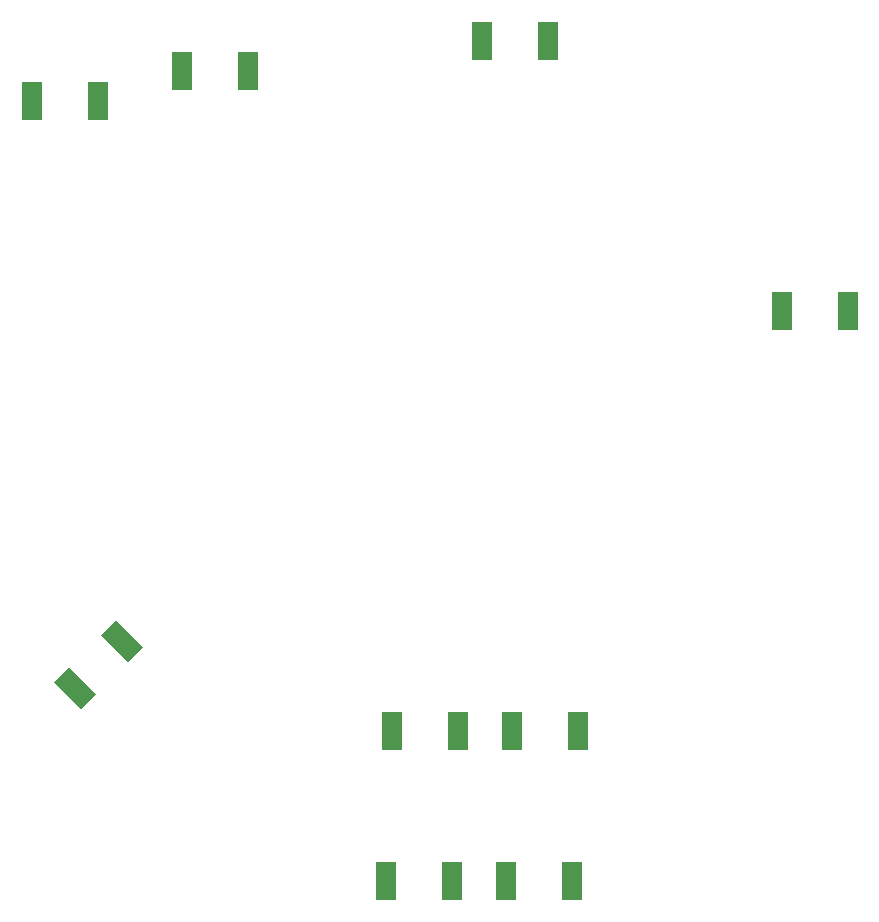
<source format=gtp>
G04 MADE WITH FRITZING*
G04 WWW.FRITZING.ORG*
G04 DOUBLE SIDED*
G04 HOLES PLATED*
G04 CONTOUR ON CENTER OF CONTOUR VECTOR*
%ASAXBY*%
%FSLAX23Y23*%
%MOIN*%
%OFA0B0*%
%SFA1.0B1.0*%
%ADD10R,0.070866X0.125984*%
%LNPASTEMASK1*%
G90*
G70*
G54D10*
X1487Y655D03*
X1266Y655D03*
X1887Y655D03*
X1666Y655D03*
X2787Y2055D03*
X2566Y2055D03*
X1787Y2955D03*
X1566Y2955D03*
X787Y2855D03*
X566Y2855D03*
X287Y2755D03*
X66Y2755D03*
X1646Y155D03*
X1866Y155D03*
X1246Y155D03*
X1466Y155D03*
G36*
X386Y885D02*
X297Y974D01*
X347Y1024D01*
X436Y935D01*
X386Y885D01*
G37*
D02*
G36*
X230Y729D02*
X141Y818D01*
X191Y868D01*
X280Y779D01*
X230Y729D01*
G37*
D02*
G04 End of PasteMask1*
M02*
</source>
